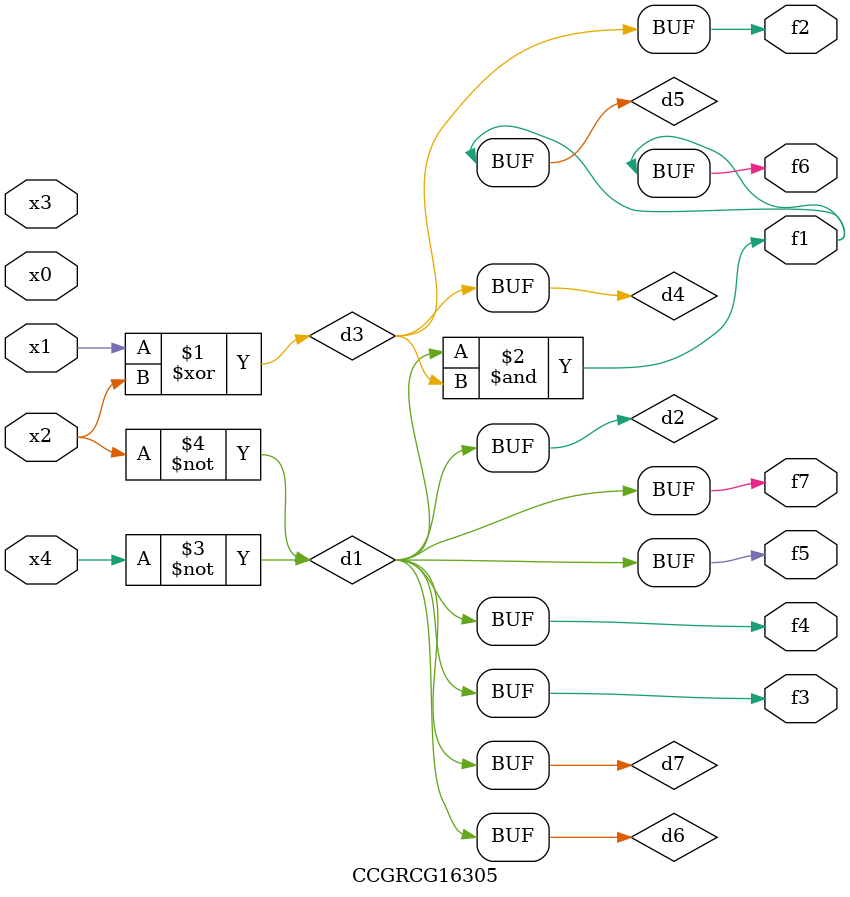
<source format=v>
module CCGRCG16305(
	input x0, x1, x2, x3, x4,
	output f1, f2, f3, f4, f5, f6, f7
);

	wire d1, d2, d3, d4, d5, d6, d7;

	not (d1, x4);
	not (d2, x2);
	xor (d3, x1, x2);
	buf (d4, d3);
	and (d5, d1, d3);
	buf (d6, d1, d2);
	buf (d7, d2);
	assign f1 = d5;
	assign f2 = d4;
	assign f3 = d7;
	assign f4 = d7;
	assign f5 = d7;
	assign f6 = d5;
	assign f7 = d7;
endmodule

</source>
